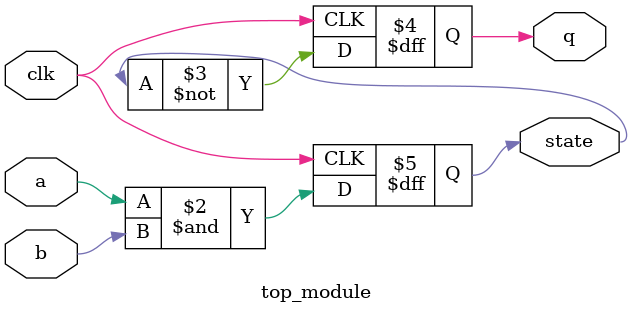
<source format=sv>
module top_module (
	input clk,
	input a,
	input b,
	output reg q,
	output reg state
);

always @(posedge clk) begin
	state <= a & b;
	q <= ~state;
end

endmodule

</source>
